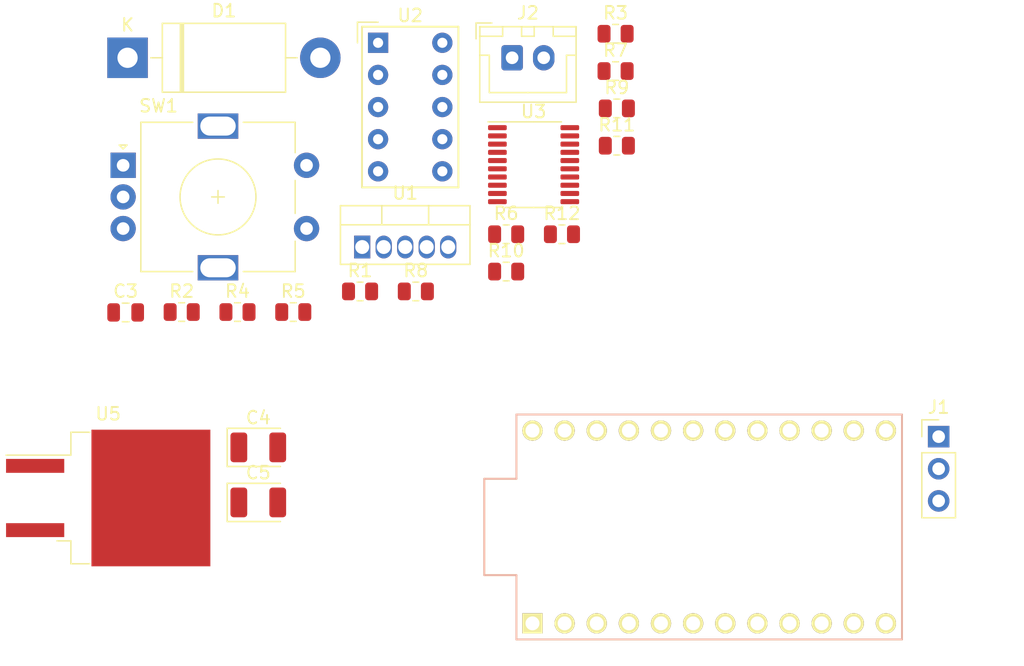
<source format=kicad_pcb>
(kicad_pcb (version 20171130) (host pcbnew "(5.1.8-0-10_14)")

  (general
    (thickness 1.6)
    (drawings 0)
    (tracks 0)
    (zones 0)
    (modules 24)
    (nets 44)
  )

  (page A4)
  (layers
    (0 F.Cu signal)
    (31 B.Cu signal)
    (32 B.Adhes user)
    (33 F.Adhes user)
    (34 B.Paste user)
    (35 F.Paste user)
    (36 B.SilkS user)
    (37 F.SilkS user)
    (38 B.Mask user)
    (39 F.Mask user)
    (40 Dwgs.User user)
    (41 Cmts.User user)
    (42 Eco1.User user)
    (43 Eco2.User user)
    (44 Edge.Cuts user)
    (45 Margin user)
    (46 B.CrtYd user)
    (47 F.CrtYd user)
    (48 B.Fab user)
    (49 F.Fab user)
  )

  (setup
    (last_trace_width 0.25)
    (trace_clearance 0.2)
    (zone_clearance 0.508)
    (zone_45_only no)
    (trace_min 0.2)
    (via_size 0.8)
    (via_drill 0.4)
    (via_min_size 0.4)
    (via_min_drill 0.3)
    (uvia_size 0.3)
    (uvia_drill 0.1)
    (uvias_allowed no)
    (uvia_min_size 0.2)
    (uvia_min_drill 0.1)
    (edge_width 0.05)
    (segment_width 0.2)
    (pcb_text_width 0.3)
    (pcb_text_size 1.5 1.5)
    (mod_edge_width 0.12)
    (mod_text_size 1 1)
    (mod_text_width 0.15)
    (pad_size 1.524 1.524)
    (pad_drill 0.762)
    (pad_to_mask_clearance 0)
    (aux_axis_origin 0 0)
    (visible_elements FFFFFF7F)
    (pcbplotparams
      (layerselection 0x010fc_ffffffff)
      (usegerberextensions false)
      (usegerberattributes true)
      (usegerberadvancedattributes true)
      (creategerberjobfile true)
      (excludeedgelayer true)
      (linewidth 0.100000)
      (plotframeref false)
      (viasonmask false)
      (mode 1)
      (useauxorigin false)
      (hpglpennumber 1)
      (hpglpenspeed 20)
      (hpglpendiameter 15.000000)
      (psnegative false)
      (psa4output false)
      (plotreference true)
      (plotvalue true)
      (plotinvisibletext false)
      (padsonsilk false)
      (subtractmaskfromsilk false)
      (outputformat 1)
      (mirror false)
      (drillshape 1)
      (scaleselection 1)
      (outputdirectory ""))
  )

  (net 0 "")
  (net 1 +5V)
  (net 2 GND)
  (net 3 "Net-(R9-Pad1)")
  (net 4 "Net-(R10-Pad1)")
  (net 5 LED1)
  (net 6 LED2)
  (net 7 LED3)
  (net 8 LED4)
  (net 9 LED5)
  (net 10 +9V)
  (net 11 "Net-(U4-Pad1)")
  (net 12 "Net-(U4-Pad2)")
  (net 13 "Net-(U4-Pad5)")
  (net 14 "Net-(U4-Pad6)")
  (net 15 "Net-(U4-Pad7)")
  (net 16 "Net-(U4-Pad8)")
  (net 17 "Net-(U4-Pad9)")
  (net 18 "Net-(U4-Pad10)")
  (net 19 "Net-(U4-Pad22)")
  (net 20 "Net-(U4-Pad24)")
  (net 21 "Net-(D1-Pad1)")
  (net 22 SERVO)
  (net 23 "Net-(R1-Pad1)")
  (net 24 "Net-(R1-Pad2)")
  (net 25 "Net-(R2-Pad2)")
  (net 26 "Net-(R2-Pad1)")
  (net 27 "Net-(R3-Pad2)")
  (net 28 "Net-(R3-Pad1)")
  (net 29 ENCA)
  (net 30 BTN)
  (net 31 "Net-(R6-Pad1)")
  (net 32 "Net-(R6-Pad2)")
  (net 33 "Net-(R7-Pad1)")
  (net 34 "Net-(R7-Pad2)")
  (net 35 "Net-(R8-Pad2)")
  (net 36 "Net-(R8-Pad1)")
  (net 37 "Net-(R9-Pad2)")
  (net 38 "Net-(R10-Pad2)")
  (net 39 ENCB)
  (net 40 OEN)
  (net 41 LED6)
  (net 42 LED7)
  (net 43 LED8)

  (net_class Default "This is the default net class."
    (clearance 0.2)
    (trace_width 0.25)
    (via_dia 0.8)
    (via_drill 0.4)
    (uvia_dia 0.3)
    (uvia_drill 0.1)
    (add_net +5V)
    (add_net +9V)
    (add_net BTN)
    (add_net ENCA)
    (add_net ENCB)
    (add_net GND)
    (add_net LED1)
    (add_net LED2)
    (add_net LED3)
    (add_net LED4)
    (add_net LED5)
    (add_net LED6)
    (add_net LED7)
    (add_net LED8)
    (add_net "Net-(D1-Pad1)")
    (add_net "Net-(R1-Pad1)")
    (add_net "Net-(R1-Pad2)")
    (add_net "Net-(R10-Pad1)")
    (add_net "Net-(R10-Pad2)")
    (add_net "Net-(R2-Pad1)")
    (add_net "Net-(R2-Pad2)")
    (add_net "Net-(R3-Pad1)")
    (add_net "Net-(R3-Pad2)")
    (add_net "Net-(R6-Pad1)")
    (add_net "Net-(R6-Pad2)")
    (add_net "Net-(R7-Pad1)")
    (add_net "Net-(R7-Pad2)")
    (add_net "Net-(R8-Pad1)")
    (add_net "Net-(R8-Pad2)")
    (add_net "Net-(R9-Pad1)")
    (add_net "Net-(R9-Pad2)")
    (add_net "Net-(U4-Pad1)")
    (add_net "Net-(U4-Pad10)")
    (add_net "Net-(U4-Pad2)")
    (add_net "Net-(U4-Pad22)")
    (add_net "Net-(U4-Pad24)")
    (add_net "Net-(U4-Pad5)")
    (add_net "Net-(U4-Pad6)")
    (add_net "Net-(U4-Pad7)")
    (add_net "Net-(U4-Pad8)")
    (add_net "Net-(U4-Pad9)")
    (add_net OEN)
    (add_net SERVO)
  )

  (module Capacitor_SMD:C_0805_2012Metric (layer F.Cu) (tedit 5F68FEEE) (tstamp 61D6C4E8)
    (at 129.725001 100.005001)
    (descr "Capacitor SMD 0805 (2012 Metric), square (rectangular) end terminal, IPC_7351 nominal, (Body size source: IPC-SM-782 page 76, https://www.pcb-3d.com/wordpress/wp-content/uploads/ipc-sm-782a_amendment_1_and_2.pdf, https://docs.google.com/spreadsheets/d/1BsfQQcO9C6DZCsRaXUlFlo91Tg2WpOkGARC1WS5S8t0/edit?usp=sharing), generated with kicad-footprint-generator")
    (tags capacitor)
    (path /61D9CEB7)
    (attr smd)
    (fp_text reference C3 (at 0 -1.68) (layer F.SilkS)
      (effects (font (size 1 1) (thickness 0.15)))
    )
    (fp_text value 0.1uF (at 0 1.68) (layer F.Fab)
      (effects (font (size 1 1) (thickness 0.15)))
    )
    (fp_line (start 1.7 0.98) (end -1.7 0.98) (layer F.CrtYd) (width 0.05))
    (fp_line (start 1.7 -0.98) (end 1.7 0.98) (layer F.CrtYd) (width 0.05))
    (fp_line (start -1.7 -0.98) (end 1.7 -0.98) (layer F.CrtYd) (width 0.05))
    (fp_line (start -1.7 0.98) (end -1.7 -0.98) (layer F.CrtYd) (width 0.05))
    (fp_line (start -0.261252 0.735) (end 0.261252 0.735) (layer F.SilkS) (width 0.12))
    (fp_line (start -0.261252 -0.735) (end 0.261252 -0.735) (layer F.SilkS) (width 0.12))
    (fp_line (start 1 0.625) (end -1 0.625) (layer F.Fab) (width 0.1))
    (fp_line (start 1 -0.625) (end 1 0.625) (layer F.Fab) (width 0.1))
    (fp_line (start -1 -0.625) (end 1 -0.625) (layer F.Fab) (width 0.1))
    (fp_line (start -1 0.625) (end -1 -0.625) (layer F.Fab) (width 0.1))
    (fp_text user %R (at 0 0) (layer F.Fab)
      (effects (font (size 0.5 0.5) (thickness 0.08)))
    )
    (pad 1 smd roundrect (at -0.95 0) (size 1 1.45) (layers F.Cu F.Paste F.Mask) (roundrect_rratio 0.25)
      (net 2 GND))
    (pad 2 smd roundrect (at 0.95 0) (size 1 1.45) (layers F.Cu F.Paste F.Mask) (roundrect_rratio 0.25)
      (net 1 +5V))
    (model ${KISYS3DMOD}/Capacitor_SMD.3dshapes/C_0805_2012Metric.wrl
      (at (xyz 0 0 0))
      (scale (xyz 1 1 1))
      (rotate (xyz 0 0 0))
    )
  )

  (module Diode_THT:D_DO-201AD_P15.24mm_Horizontal (layer F.Cu) (tedit 5AE50CD5) (tstamp 61D6C507)
    (at 129.875001 79.875001)
    (descr "Diode, DO-201AD series, Axial, Horizontal, pin pitch=15.24mm, , length*diameter=9.5*5.2mm^2, , http://www.diodes.com/_files/packages/DO-201AD.pdf")
    (tags "Diode DO-201AD series Axial Horizontal pin pitch 15.24mm  length 9.5mm diameter 5.2mm")
    (path /61D809DA)
    (fp_text reference D1 (at 7.62 -3.72) (layer F.SilkS)
      (effects (font (size 1 1) (thickness 0.15)))
    )
    (fp_text value 1N5822 (at 7.62 3.72) (layer F.Fab)
      (effects (font (size 1 1) (thickness 0.15)))
    )
    (fp_line (start 17.09 -2.85) (end -1.85 -2.85) (layer F.CrtYd) (width 0.05))
    (fp_line (start 17.09 2.85) (end 17.09 -2.85) (layer F.CrtYd) (width 0.05))
    (fp_line (start -1.85 2.85) (end 17.09 2.85) (layer F.CrtYd) (width 0.05))
    (fp_line (start -1.85 -2.85) (end -1.85 2.85) (layer F.CrtYd) (width 0.05))
    (fp_line (start 4.175 -2.72) (end 4.175 2.72) (layer F.SilkS) (width 0.12))
    (fp_line (start 4.415 -2.72) (end 4.415 2.72) (layer F.SilkS) (width 0.12))
    (fp_line (start 4.295 -2.72) (end 4.295 2.72) (layer F.SilkS) (width 0.12))
    (fp_line (start 13.4 0) (end 12.49 0) (layer F.SilkS) (width 0.12))
    (fp_line (start 1.84 0) (end 2.75 0) (layer F.SilkS) (width 0.12))
    (fp_line (start 12.49 -2.72) (end 2.75 -2.72) (layer F.SilkS) (width 0.12))
    (fp_line (start 12.49 2.72) (end 12.49 -2.72) (layer F.SilkS) (width 0.12))
    (fp_line (start 2.75 2.72) (end 12.49 2.72) (layer F.SilkS) (width 0.12))
    (fp_line (start 2.75 -2.72) (end 2.75 2.72) (layer F.SilkS) (width 0.12))
    (fp_line (start 4.195 -2.6) (end 4.195 2.6) (layer F.Fab) (width 0.1))
    (fp_line (start 4.395 -2.6) (end 4.395 2.6) (layer F.Fab) (width 0.1))
    (fp_line (start 4.295 -2.6) (end 4.295 2.6) (layer F.Fab) (width 0.1))
    (fp_line (start 15.24 0) (end 12.37 0) (layer F.Fab) (width 0.1))
    (fp_line (start 0 0) (end 2.87 0) (layer F.Fab) (width 0.1))
    (fp_line (start 12.37 -2.6) (end 2.87 -2.6) (layer F.Fab) (width 0.1))
    (fp_line (start 12.37 2.6) (end 12.37 -2.6) (layer F.Fab) (width 0.1))
    (fp_line (start 2.87 2.6) (end 12.37 2.6) (layer F.Fab) (width 0.1))
    (fp_line (start 2.87 -2.6) (end 2.87 2.6) (layer F.Fab) (width 0.1))
    (fp_text user %R (at 8.3325 0) (layer F.Fab)
      (effects (font (size 1 1) (thickness 0.15)))
    )
    (fp_text user K (at 0 -2.6) (layer F.Fab)
      (effects (font (size 1 1) (thickness 0.15)))
    )
    (fp_text user K (at 0 -2.6) (layer F.SilkS)
      (effects (font (size 1 1) (thickness 0.15)))
    )
    (pad 1 thru_hole rect (at 0 0) (size 3.2 3.2) (drill 1.6) (layers *.Cu *.Mask)
      (net 21 "Net-(D1-Pad1)"))
    (pad 2 thru_hole oval (at 15.24 0) (size 3.2 3.2) (drill 1.6) (layers *.Cu *.Mask)
      (net 2 GND))
    (model ${KISYS3DMOD}/Diode_THT.3dshapes/D_DO-201AD_P15.24mm_Horizontal.wrl
      (at (xyz 0 0 0))
      (scale (xyz 1 1 1))
      (rotate (xyz 0 0 0))
    )
  )

  (module Connector_JST:JST_XH_B2B-XH-A_1x02_P2.50mm_Vertical (layer F.Cu) (tedit 5C28146C) (tstamp 61D6C530)
    (at 160.275001 79.875001)
    (descr "JST XH series connector, B2B-XH-A (http://www.jst-mfg.com/product/pdf/eng/eXH.pdf), generated with kicad-footprint-generator")
    (tags "connector JST XH vertical")
    (path /61D8369F)
    (fp_text reference J2 (at 1.25 -3.55) (layer F.SilkS)
      (effects (font (size 1 1) (thickness 0.15)))
    )
    (fp_text value Conn_01x02_Male (at 1.25 4.6) (layer F.Fab)
      (effects (font (size 1 1) (thickness 0.15)))
    )
    (fp_line (start -2.85 -2.75) (end -2.85 -1.5) (layer F.SilkS) (width 0.12))
    (fp_line (start -1.6 -2.75) (end -2.85 -2.75) (layer F.SilkS) (width 0.12))
    (fp_line (start 4.3 2.75) (end 1.25 2.75) (layer F.SilkS) (width 0.12))
    (fp_line (start 4.3 -0.2) (end 4.3 2.75) (layer F.SilkS) (width 0.12))
    (fp_line (start 5.05 -0.2) (end 4.3 -0.2) (layer F.SilkS) (width 0.12))
    (fp_line (start -1.8 2.75) (end 1.25 2.75) (layer F.SilkS) (width 0.12))
    (fp_line (start -1.8 -0.2) (end -1.8 2.75) (layer F.SilkS) (width 0.12))
    (fp_line (start -2.55 -0.2) (end -1.8 -0.2) (layer F.SilkS) (width 0.12))
    (fp_line (start 5.05 -2.45) (end 3.25 -2.45) (layer F.SilkS) (width 0.12))
    (fp_line (start 5.05 -1.7) (end 5.05 -2.45) (layer F.SilkS) (width 0.12))
    (fp_line (start 3.25 -1.7) (end 5.05 -1.7) (layer F.SilkS) (width 0.12))
    (fp_line (start 3.25 -2.45) (end 3.25 -1.7) (layer F.SilkS) (width 0.12))
    (fp_line (start -0.75 -2.45) (end -2.55 -2.45) (layer F.SilkS) (width 0.12))
    (fp_line (start -0.75 -1.7) (end -0.75 -2.45) (layer F.SilkS) (width 0.12))
    (fp_line (start -2.55 -1.7) (end -0.75 -1.7) (layer F.SilkS) (width 0.12))
    (fp_line (start -2.55 -2.45) (end -2.55 -1.7) (layer F.SilkS) (width 0.12))
    (fp_line (start 1.75 -2.45) (end 0.75 -2.45) (layer F.SilkS) (width 0.12))
    (fp_line (start 1.75 -1.7) (end 1.75 -2.45) (layer F.SilkS) (width 0.12))
    (fp_line (start 0.75 -1.7) (end 1.75 -1.7) (layer F.SilkS) (width 0.12))
    (fp_line (start 0.75 -2.45) (end 0.75 -1.7) (layer F.SilkS) (width 0.12))
    (fp_line (start 0 -1.35) (end 0.625 -2.35) (layer F.Fab) (width 0.1))
    (fp_line (start -0.625 -2.35) (end 0 -1.35) (layer F.Fab) (width 0.1))
    (fp_line (start 5.45 -2.85) (end -2.95 -2.85) (layer F.CrtYd) (width 0.05))
    (fp_line (start 5.45 3.9) (end 5.45 -2.85) (layer F.CrtYd) (width 0.05))
    (fp_line (start -2.95 3.9) (end 5.45 3.9) (layer F.CrtYd) (width 0.05))
    (fp_line (start -2.95 -2.85) (end -2.95 3.9) (layer F.CrtYd) (width 0.05))
    (fp_line (start 5.06 -2.46) (end -2.56 -2.46) (layer F.SilkS) (width 0.12))
    (fp_line (start 5.06 3.51) (end 5.06 -2.46) (layer F.SilkS) (width 0.12))
    (fp_line (start -2.56 3.51) (end 5.06 3.51) (layer F.SilkS) (width 0.12))
    (fp_line (start -2.56 -2.46) (end -2.56 3.51) (layer F.SilkS) (width 0.12))
    (fp_line (start 4.95 -2.35) (end -2.45 -2.35) (layer F.Fab) (width 0.1))
    (fp_line (start 4.95 3.4) (end 4.95 -2.35) (layer F.Fab) (width 0.1))
    (fp_line (start -2.45 3.4) (end 4.95 3.4) (layer F.Fab) (width 0.1))
    (fp_line (start -2.45 -2.35) (end -2.45 3.4) (layer F.Fab) (width 0.1))
    (fp_text user %R (at 1.25 2.7) (layer F.Fab)
      (effects (font (size 1 1) (thickness 0.15)))
    )
    (pad 1 thru_hole roundrect (at 0 0) (size 1.7 2) (drill 1) (layers *.Cu *.Mask) (roundrect_rratio 0.147059)
      (net 10 +9V))
    (pad 2 thru_hole oval (at 2.5 0) (size 1.7 2) (drill 1) (layers *.Cu *.Mask)
      (net 2 GND))
    (model ${KISYS3DMOD}/Connector_JST.3dshapes/JST_XH_B2B-XH-A_1x02_P2.50mm_Vertical.wrl
      (at (xyz 0 0 0))
      (scale (xyz 1 1 1))
      (rotate (xyz 0 0 0))
    )
  )

  (module Resistor_SMD:R_0805_2012Metric (layer F.Cu) (tedit 5F68FEEE) (tstamp 61D6C541)
    (at 148.255001 98.345001)
    (descr "Resistor SMD 0805 (2012 Metric), square (rectangular) end terminal, IPC_7351 nominal, (Body size source: IPC-SM-782 page 72, https://www.pcb-3d.com/wordpress/wp-content/uploads/ipc-sm-782a_amendment_1_and_2.pdf), generated with kicad-footprint-generator")
    (tags resistor)
    (path /61D720DE)
    (attr smd)
    (fp_text reference R1 (at 0 -1.65) (layer F.SilkS)
      (effects (font (size 1 1) (thickness 0.15)))
    )
    (fp_text value 470 (at 0 1.65) (layer F.Fab)
      (effects (font (size 1 1) (thickness 0.15)))
    )
    (fp_line (start 1.68 0.95) (end -1.68 0.95) (layer F.CrtYd) (width 0.05))
    (fp_line (start 1.68 -0.95) (end 1.68 0.95) (layer F.CrtYd) (width 0.05))
    (fp_line (start -1.68 -0.95) (end 1.68 -0.95) (layer F.CrtYd) (width 0.05))
    (fp_line (start -1.68 0.95) (end -1.68 -0.95) (layer F.CrtYd) (width 0.05))
    (fp_line (start -0.227064 0.735) (end 0.227064 0.735) (layer F.SilkS) (width 0.12))
    (fp_line (start -0.227064 -0.735) (end 0.227064 -0.735) (layer F.SilkS) (width 0.12))
    (fp_line (start 1 0.625) (end -1 0.625) (layer F.Fab) (width 0.1))
    (fp_line (start 1 -0.625) (end 1 0.625) (layer F.Fab) (width 0.1))
    (fp_line (start -1 -0.625) (end 1 -0.625) (layer F.Fab) (width 0.1))
    (fp_line (start -1 0.625) (end -1 -0.625) (layer F.Fab) (width 0.1))
    (fp_text user %R (at 0 0) (layer F.Fab)
      (effects (font (size 0.5 0.5) (thickness 0.08)))
    )
    (pad 1 smd roundrect (at -0.9125 0) (size 1.025 1.4) (layers F.Cu F.Paste F.Mask) (roundrect_rratio 0.243902)
      (net 23 "Net-(R1-Pad1)"))
    (pad 2 smd roundrect (at 0.9125 0) (size 1.025 1.4) (layers F.Cu F.Paste F.Mask) (roundrect_rratio 0.243902)
      (net 24 "Net-(R1-Pad2)"))
    (model ${KISYS3DMOD}/Resistor_SMD.3dshapes/R_0805_2012Metric.wrl
      (at (xyz 0 0 0))
      (scale (xyz 1 1 1))
      (rotate (xyz 0 0 0))
    )
  )

  (module Resistor_SMD:R_0805_2012Metric (layer F.Cu) (tedit 5F68FEEE) (tstamp 61D6C552)
    (at 134.155001 99.975001)
    (descr "Resistor SMD 0805 (2012 Metric), square (rectangular) end terminal, IPC_7351 nominal, (Body size source: IPC-SM-782 page 72, https://www.pcb-3d.com/wordpress/wp-content/uploads/ipc-sm-782a_amendment_1_and_2.pdf), generated with kicad-footprint-generator")
    (tags resistor)
    (path /61D79F98)
    (attr smd)
    (fp_text reference R2 (at 0 -1.65) (layer F.SilkS)
      (effects (font (size 1 1) (thickness 0.15)))
    )
    (fp_text value 470 (at 0 1.65) (layer F.Fab)
      (effects (font (size 1 1) (thickness 0.15)))
    )
    (fp_text user %R (at 0 0) (layer F.Fab)
      (effects (font (size 0.5 0.5) (thickness 0.08)))
    )
    (fp_line (start -1 0.625) (end -1 -0.625) (layer F.Fab) (width 0.1))
    (fp_line (start -1 -0.625) (end 1 -0.625) (layer F.Fab) (width 0.1))
    (fp_line (start 1 -0.625) (end 1 0.625) (layer F.Fab) (width 0.1))
    (fp_line (start 1 0.625) (end -1 0.625) (layer F.Fab) (width 0.1))
    (fp_line (start -0.227064 -0.735) (end 0.227064 -0.735) (layer F.SilkS) (width 0.12))
    (fp_line (start -0.227064 0.735) (end 0.227064 0.735) (layer F.SilkS) (width 0.12))
    (fp_line (start -1.68 0.95) (end -1.68 -0.95) (layer F.CrtYd) (width 0.05))
    (fp_line (start -1.68 -0.95) (end 1.68 -0.95) (layer F.CrtYd) (width 0.05))
    (fp_line (start 1.68 -0.95) (end 1.68 0.95) (layer F.CrtYd) (width 0.05))
    (fp_line (start 1.68 0.95) (end -1.68 0.95) (layer F.CrtYd) (width 0.05))
    (pad 2 smd roundrect (at 0.9125 0) (size 1.025 1.4) (layers F.Cu F.Paste F.Mask) (roundrect_rratio 0.243902)
      (net 25 "Net-(R2-Pad2)"))
    (pad 1 smd roundrect (at -0.9125 0) (size 1.025 1.4) (layers F.Cu F.Paste F.Mask) (roundrect_rratio 0.243902)
      (net 26 "Net-(R2-Pad1)"))
    (model ${KISYS3DMOD}/Resistor_SMD.3dshapes/R_0805_2012Metric.wrl
      (at (xyz 0 0 0))
      (scale (xyz 1 1 1))
      (rotate (xyz 0 0 0))
    )
  )

  (module Resistor_SMD:R_0805_2012Metric (layer F.Cu) (tedit 5F68FEEE) (tstamp 61D6C563)
    (at 168.455001 77.975001)
    (descr "Resistor SMD 0805 (2012 Metric), square (rectangular) end terminal, IPC_7351 nominal, (Body size source: IPC-SM-782 page 72, https://www.pcb-3d.com/wordpress/wp-content/uploads/ipc-sm-782a_amendment_1_and_2.pdf), generated with kicad-footprint-generator")
    (tags resistor)
    (path /61D785BE)
    (attr smd)
    (fp_text reference R3 (at 0 -1.65) (layer F.SilkS)
      (effects (font (size 1 1) (thickness 0.15)))
    )
    (fp_text value 470 (at 0 1.65) (layer F.Fab)
      (effects (font (size 1 1) (thickness 0.15)))
    )
    (fp_text user %R (at 0 0) (layer F.Fab)
      (effects (font (size 0.5 0.5) (thickness 0.08)))
    )
    (fp_line (start -1 0.625) (end -1 -0.625) (layer F.Fab) (width 0.1))
    (fp_line (start -1 -0.625) (end 1 -0.625) (layer F.Fab) (width 0.1))
    (fp_line (start 1 -0.625) (end 1 0.625) (layer F.Fab) (width 0.1))
    (fp_line (start 1 0.625) (end -1 0.625) (layer F.Fab) (width 0.1))
    (fp_line (start -0.227064 -0.735) (end 0.227064 -0.735) (layer F.SilkS) (width 0.12))
    (fp_line (start -0.227064 0.735) (end 0.227064 0.735) (layer F.SilkS) (width 0.12))
    (fp_line (start -1.68 0.95) (end -1.68 -0.95) (layer F.CrtYd) (width 0.05))
    (fp_line (start -1.68 -0.95) (end 1.68 -0.95) (layer F.CrtYd) (width 0.05))
    (fp_line (start 1.68 -0.95) (end 1.68 0.95) (layer F.CrtYd) (width 0.05))
    (fp_line (start 1.68 0.95) (end -1.68 0.95) (layer F.CrtYd) (width 0.05))
    (pad 2 smd roundrect (at 0.9125 0) (size 1.025 1.4) (layers F.Cu F.Paste F.Mask) (roundrect_rratio 0.243902)
      (net 27 "Net-(R3-Pad2)"))
    (pad 1 smd roundrect (at -0.9125 0) (size 1.025 1.4) (layers F.Cu F.Paste F.Mask) (roundrect_rratio 0.243902)
      (net 28 "Net-(R3-Pad1)"))
    (model ${KISYS3DMOD}/Resistor_SMD.3dshapes/R_0805_2012Metric.wrl
      (at (xyz 0 0 0))
      (scale (xyz 1 1 1))
      (rotate (xyz 0 0 0))
    )
  )

  (module Resistor_SMD:R_0805_2012Metric (layer F.Cu) (tedit 5F68FEEE) (tstamp 61D6C574)
    (at 138.565001 99.975001)
    (descr "Resistor SMD 0805 (2012 Metric), square (rectangular) end terminal, IPC_7351 nominal, (Body size source: IPC-SM-782 page 72, https://www.pcb-3d.com/wordpress/wp-content/uploads/ipc-sm-782a_amendment_1_and_2.pdf), generated with kicad-footprint-generator")
    (tags resistor)
    (path /61D98897)
    (attr smd)
    (fp_text reference R4 (at 0 -1.65) (layer F.SilkS)
      (effects (font (size 1 1) (thickness 0.15)))
    )
    (fp_text value 39k (at 0 1.65) (layer F.Fab)
      (effects (font (size 1 1) (thickness 0.15)))
    )
    (fp_text user %R (at 0 0) (layer F.Fab)
      (effects (font (size 0.5 0.5) (thickness 0.08)))
    )
    (fp_line (start -1 0.625) (end -1 -0.625) (layer F.Fab) (width 0.1))
    (fp_line (start -1 -0.625) (end 1 -0.625) (layer F.Fab) (width 0.1))
    (fp_line (start 1 -0.625) (end 1 0.625) (layer F.Fab) (width 0.1))
    (fp_line (start 1 0.625) (end -1 0.625) (layer F.Fab) (width 0.1))
    (fp_line (start -0.227064 -0.735) (end 0.227064 -0.735) (layer F.SilkS) (width 0.12))
    (fp_line (start -0.227064 0.735) (end 0.227064 0.735) (layer F.SilkS) (width 0.12))
    (fp_line (start -1.68 0.95) (end -1.68 -0.95) (layer F.CrtYd) (width 0.05))
    (fp_line (start -1.68 -0.95) (end 1.68 -0.95) (layer F.CrtYd) (width 0.05))
    (fp_line (start 1.68 -0.95) (end 1.68 0.95) (layer F.CrtYd) (width 0.05))
    (fp_line (start 1.68 0.95) (end -1.68 0.95) (layer F.CrtYd) (width 0.05))
    (pad 2 smd roundrect (at 0.9125 0) (size 1.025 1.4) (layers F.Cu F.Paste F.Mask) (roundrect_rratio 0.243902)
      (net 29 ENCA))
    (pad 1 smd roundrect (at -0.9125 0) (size 1.025 1.4) (layers F.Cu F.Paste F.Mask) (roundrect_rratio 0.243902)
      (net 1 +5V))
    (model ${KISYS3DMOD}/Resistor_SMD.3dshapes/R_0805_2012Metric.wrl
      (at (xyz 0 0 0))
      (scale (xyz 1 1 1))
      (rotate (xyz 0 0 0))
    )
  )

  (module Resistor_SMD:R_0805_2012Metric (layer F.Cu) (tedit 5F68FEEE) (tstamp 61D6C585)
    (at 142.975001 99.975001)
    (descr "Resistor SMD 0805 (2012 Metric), square (rectangular) end terminal, IPC_7351 nominal, (Body size source: IPC-SM-782 page 72, https://www.pcb-3d.com/wordpress/wp-content/uploads/ipc-sm-782a_amendment_1_and_2.pdf), generated with kicad-footprint-generator")
    (tags resistor)
    (path /61D956DD)
    (attr smd)
    (fp_text reference R5 (at 0 -1.65) (layer F.SilkS)
      (effects (font (size 1 1) (thickness 0.15)))
    )
    (fp_text value 39k (at 0 1.65) (layer F.Fab)
      (effects (font (size 1 1) (thickness 0.15)))
    )
    (fp_line (start 1.68 0.95) (end -1.68 0.95) (layer F.CrtYd) (width 0.05))
    (fp_line (start 1.68 -0.95) (end 1.68 0.95) (layer F.CrtYd) (width 0.05))
    (fp_line (start -1.68 -0.95) (end 1.68 -0.95) (layer F.CrtYd) (width 0.05))
    (fp_line (start -1.68 0.95) (end -1.68 -0.95) (layer F.CrtYd) (width 0.05))
    (fp_line (start -0.227064 0.735) (end 0.227064 0.735) (layer F.SilkS) (width 0.12))
    (fp_line (start -0.227064 -0.735) (end 0.227064 -0.735) (layer F.SilkS) (width 0.12))
    (fp_line (start 1 0.625) (end -1 0.625) (layer F.Fab) (width 0.1))
    (fp_line (start 1 -0.625) (end 1 0.625) (layer F.Fab) (width 0.1))
    (fp_line (start -1 -0.625) (end 1 -0.625) (layer F.Fab) (width 0.1))
    (fp_line (start -1 0.625) (end -1 -0.625) (layer F.Fab) (width 0.1))
    (fp_text user %R (at 0 0) (layer F.Fab)
      (effects (font (size 0.5 0.5) (thickness 0.08)))
    )
    (pad 1 smd roundrect (at -0.9125 0) (size 1.025 1.4) (layers F.Cu F.Paste F.Mask) (roundrect_rratio 0.243902)
      (net 1 +5V))
    (pad 2 smd roundrect (at 0.9125 0) (size 1.025 1.4) (layers F.Cu F.Paste F.Mask) (roundrect_rratio 0.243902)
      (net 30 BTN))
    (model ${KISYS3DMOD}/Resistor_SMD.3dshapes/R_0805_2012Metric.wrl
      (at (xyz 0 0 0))
      (scale (xyz 1 1 1))
      (rotate (xyz 0 0 0))
    )
  )

  (module Resistor_SMD:R_0805_2012Metric (layer F.Cu) (tedit 5F68FEEE) (tstamp 61D6C596)
    (at 159.805001 93.825001)
    (descr "Resistor SMD 0805 (2012 Metric), square (rectangular) end terminal, IPC_7351 nominal, (Body size source: IPC-SM-782 page 72, https://www.pcb-3d.com/wordpress/wp-content/uploads/ipc-sm-782a_amendment_1_and_2.pdf), generated with kicad-footprint-generator")
    (tags resistor)
    (path /61D79C4C)
    (attr smd)
    (fp_text reference R6 (at 0 -1.65) (layer F.SilkS)
      (effects (font (size 1 1) (thickness 0.15)))
    )
    (fp_text value 470 (at 0 1.65) (layer F.Fab)
      (effects (font (size 1 1) (thickness 0.15)))
    )
    (fp_line (start 1.68 0.95) (end -1.68 0.95) (layer F.CrtYd) (width 0.05))
    (fp_line (start 1.68 -0.95) (end 1.68 0.95) (layer F.CrtYd) (width 0.05))
    (fp_line (start -1.68 -0.95) (end 1.68 -0.95) (layer F.CrtYd) (width 0.05))
    (fp_line (start -1.68 0.95) (end -1.68 -0.95) (layer F.CrtYd) (width 0.05))
    (fp_line (start -0.227064 0.735) (end 0.227064 0.735) (layer F.SilkS) (width 0.12))
    (fp_line (start -0.227064 -0.735) (end 0.227064 -0.735) (layer F.SilkS) (width 0.12))
    (fp_line (start 1 0.625) (end -1 0.625) (layer F.Fab) (width 0.1))
    (fp_line (start 1 -0.625) (end 1 0.625) (layer F.Fab) (width 0.1))
    (fp_line (start -1 -0.625) (end 1 -0.625) (layer F.Fab) (width 0.1))
    (fp_line (start -1 0.625) (end -1 -0.625) (layer F.Fab) (width 0.1))
    (fp_text user %R (at 0 0) (layer F.Fab)
      (effects (font (size 0.5 0.5) (thickness 0.08)))
    )
    (pad 1 smd roundrect (at -0.9125 0) (size 1.025 1.4) (layers F.Cu F.Paste F.Mask) (roundrect_rratio 0.243902)
      (net 31 "Net-(R6-Pad1)"))
    (pad 2 smd roundrect (at 0.9125 0) (size 1.025 1.4) (layers F.Cu F.Paste F.Mask) (roundrect_rratio 0.243902)
      (net 32 "Net-(R6-Pad2)"))
    (model ${KISYS3DMOD}/Resistor_SMD.3dshapes/R_0805_2012Metric.wrl
      (at (xyz 0 0 0))
      (scale (xyz 1 1 1))
      (rotate (xyz 0 0 0))
    )
  )

  (module Resistor_SMD:R_0805_2012Metric (layer F.Cu) (tedit 5F68FEEE) (tstamp 61D6C5A7)
    (at 168.455001 80.925001)
    (descr "Resistor SMD 0805 (2012 Metric), square (rectangular) end terminal, IPC_7351 nominal, (Body size source: IPC-SM-782 page 72, https://www.pcb-3d.com/wordpress/wp-content/uploads/ipc-sm-782a_amendment_1_and_2.pdf), generated with kicad-footprint-generator")
    (tags resistor)
    (path /61D78A6F)
    (attr smd)
    (fp_text reference R7 (at 0 -1.65) (layer F.SilkS)
      (effects (font (size 1 1) (thickness 0.15)))
    )
    (fp_text value 470 (at 0 1.65) (layer F.Fab)
      (effects (font (size 1 1) (thickness 0.15)))
    )
    (fp_line (start 1.68 0.95) (end -1.68 0.95) (layer F.CrtYd) (width 0.05))
    (fp_line (start 1.68 -0.95) (end 1.68 0.95) (layer F.CrtYd) (width 0.05))
    (fp_line (start -1.68 -0.95) (end 1.68 -0.95) (layer F.CrtYd) (width 0.05))
    (fp_line (start -1.68 0.95) (end -1.68 -0.95) (layer F.CrtYd) (width 0.05))
    (fp_line (start -0.227064 0.735) (end 0.227064 0.735) (layer F.SilkS) (width 0.12))
    (fp_line (start -0.227064 -0.735) (end 0.227064 -0.735) (layer F.SilkS) (width 0.12))
    (fp_line (start 1 0.625) (end -1 0.625) (layer F.Fab) (width 0.1))
    (fp_line (start 1 -0.625) (end 1 0.625) (layer F.Fab) (width 0.1))
    (fp_line (start -1 -0.625) (end 1 -0.625) (layer F.Fab) (width 0.1))
    (fp_line (start -1 0.625) (end -1 -0.625) (layer F.Fab) (width 0.1))
    (fp_text user %R (at 0 0) (layer F.Fab)
      (effects (font (size 0.5 0.5) (thickness 0.08)))
    )
    (pad 1 smd roundrect (at -0.9125 0) (size 1.025 1.4) (layers F.Cu F.Paste F.Mask) (roundrect_rratio 0.243902)
      (net 33 "Net-(R7-Pad1)"))
    (pad 2 smd roundrect (at 0.9125 0) (size 1.025 1.4) (layers F.Cu F.Paste F.Mask) (roundrect_rratio 0.243902)
      (net 34 "Net-(R7-Pad2)"))
    (model ${KISYS3DMOD}/Resistor_SMD.3dshapes/R_0805_2012Metric.wrl
      (at (xyz 0 0 0))
      (scale (xyz 1 1 1))
      (rotate (xyz 0 0 0))
    )
  )

  (module Resistor_SMD:R_0805_2012Metric (layer F.Cu) (tedit 5F68FEEE) (tstamp 61D6C5B8)
    (at 152.665001 98.345001)
    (descr "Resistor SMD 0805 (2012 Metric), square (rectangular) end terminal, IPC_7351 nominal, (Body size source: IPC-SM-782 page 72, https://www.pcb-3d.com/wordpress/wp-content/uploads/ipc-sm-782a_amendment_1_and_2.pdf), generated with kicad-footprint-generator")
    (tags resistor)
    (path /61D79882)
    (attr smd)
    (fp_text reference R8 (at 0 -1.65) (layer F.SilkS)
      (effects (font (size 1 1) (thickness 0.15)))
    )
    (fp_text value 470 (at 0 1.65) (layer F.Fab)
      (effects (font (size 1 1) (thickness 0.15)))
    )
    (fp_text user %R (at 0 0) (layer F.Fab)
      (effects (font (size 0.5 0.5) (thickness 0.08)))
    )
    (fp_line (start -1 0.625) (end -1 -0.625) (layer F.Fab) (width 0.1))
    (fp_line (start -1 -0.625) (end 1 -0.625) (layer F.Fab) (width 0.1))
    (fp_line (start 1 -0.625) (end 1 0.625) (layer F.Fab) (width 0.1))
    (fp_line (start 1 0.625) (end -1 0.625) (layer F.Fab) (width 0.1))
    (fp_line (start -0.227064 -0.735) (end 0.227064 -0.735) (layer F.SilkS) (width 0.12))
    (fp_line (start -0.227064 0.735) (end 0.227064 0.735) (layer F.SilkS) (width 0.12))
    (fp_line (start -1.68 0.95) (end -1.68 -0.95) (layer F.CrtYd) (width 0.05))
    (fp_line (start -1.68 -0.95) (end 1.68 -0.95) (layer F.CrtYd) (width 0.05))
    (fp_line (start 1.68 -0.95) (end 1.68 0.95) (layer F.CrtYd) (width 0.05))
    (fp_line (start 1.68 0.95) (end -1.68 0.95) (layer F.CrtYd) (width 0.05))
    (pad 2 smd roundrect (at 0.9125 0) (size 1.025 1.4) (layers F.Cu F.Paste F.Mask) (roundrect_rratio 0.243902)
      (net 35 "Net-(R8-Pad2)"))
    (pad 1 smd roundrect (at -0.9125 0) (size 1.025 1.4) (layers F.Cu F.Paste F.Mask) (roundrect_rratio 0.243902)
      (net 36 "Net-(R8-Pad1)"))
    (model ${KISYS3DMOD}/Resistor_SMD.3dshapes/R_0805_2012Metric.wrl
      (at (xyz 0 0 0))
      (scale (xyz 1 1 1))
      (rotate (xyz 0 0 0))
    )
  )

  (module Resistor_SMD:R_0805_2012Metric (layer F.Cu) (tedit 5F68FEEE) (tstamp 61D6C5C9)
    (at 168.555001 83.875001)
    (descr "Resistor SMD 0805 (2012 Metric), square (rectangular) end terminal, IPC_7351 nominal, (Body size source: IPC-SM-782 page 72, https://www.pcb-3d.com/wordpress/wp-content/uploads/ipc-sm-782a_amendment_1_and_2.pdf), generated with kicad-footprint-generator")
    (tags resistor)
    (path /61D78EA2)
    (attr smd)
    (fp_text reference R9 (at 0 -1.65) (layer F.SilkS)
      (effects (font (size 1 1) (thickness 0.15)))
    )
    (fp_text value 470 (at 0 1.65) (layer F.Fab)
      (effects (font (size 1 1) (thickness 0.15)))
    )
    (fp_text user %R (at 0 0) (layer F.Fab)
      (effects (font (size 0.5 0.5) (thickness 0.08)))
    )
    (fp_line (start -1 0.625) (end -1 -0.625) (layer F.Fab) (width 0.1))
    (fp_line (start -1 -0.625) (end 1 -0.625) (layer F.Fab) (width 0.1))
    (fp_line (start 1 -0.625) (end 1 0.625) (layer F.Fab) (width 0.1))
    (fp_line (start 1 0.625) (end -1 0.625) (layer F.Fab) (width 0.1))
    (fp_line (start -0.227064 -0.735) (end 0.227064 -0.735) (layer F.SilkS) (width 0.12))
    (fp_line (start -0.227064 0.735) (end 0.227064 0.735) (layer F.SilkS) (width 0.12))
    (fp_line (start -1.68 0.95) (end -1.68 -0.95) (layer F.CrtYd) (width 0.05))
    (fp_line (start -1.68 -0.95) (end 1.68 -0.95) (layer F.CrtYd) (width 0.05))
    (fp_line (start 1.68 -0.95) (end 1.68 0.95) (layer F.CrtYd) (width 0.05))
    (fp_line (start 1.68 0.95) (end -1.68 0.95) (layer F.CrtYd) (width 0.05))
    (pad 2 smd roundrect (at 0.9125 0) (size 1.025 1.4) (layers F.Cu F.Paste F.Mask) (roundrect_rratio 0.243902)
      (net 37 "Net-(R9-Pad2)"))
    (pad 1 smd roundrect (at -0.9125 0) (size 1.025 1.4) (layers F.Cu F.Paste F.Mask) (roundrect_rratio 0.243902)
      (net 3 "Net-(R9-Pad1)"))
    (model ${KISYS3DMOD}/Resistor_SMD.3dshapes/R_0805_2012Metric.wrl
      (at (xyz 0 0 0))
      (scale (xyz 1 1 1))
      (rotate (xyz 0 0 0))
    )
  )

  (module Resistor_SMD:R_0805_2012Metric (layer F.Cu) (tedit 5F68FEEE) (tstamp 61D6C5DA)
    (at 159.805001 96.775001)
    (descr "Resistor SMD 0805 (2012 Metric), square (rectangular) end terminal, IPC_7351 nominal, (Body size source: IPC-SM-782 page 72, https://www.pcb-3d.com/wordpress/wp-content/uploads/ipc-sm-782a_amendment_1_and_2.pdf), generated with kicad-footprint-generator")
    (tags resistor)
    (path /61D792EA)
    (attr smd)
    (fp_text reference R10 (at 0 -1.65) (layer F.SilkS)
      (effects (font (size 1 1) (thickness 0.15)))
    )
    (fp_text value 470 (at 0 1.65) (layer F.Fab)
      (effects (font (size 1 1) (thickness 0.15)))
    )
    (fp_line (start 1.68 0.95) (end -1.68 0.95) (layer F.CrtYd) (width 0.05))
    (fp_line (start 1.68 -0.95) (end 1.68 0.95) (layer F.CrtYd) (width 0.05))
    (fp_line (start -1.68 -0.95) (end 1.68 -0.95) (layer F.CrtYd) (width 0.05))
    (fp_line (start -1.68 0.95) (end -1.68 -0.95) (layer F.CrtYd) (width 0.05))
    (fp_line (start -0.227064 0.735) (end 0.227064 0.735) (layer F.SilkS) (width 0.12))
    (fp_line (start -0.227064 -0.735) (end 0.227064 -0.735) (layer F.SilkS) (width 0.12))
    (fp_line (start 1 0.625) (end -1 0.625) (layer F.Fab) (width 0.1))
    (fp_line (start 1 -0.625) (end 1 0.625) (layer F.Fab) (width 0.1))
    (fp_line (start -1 -0.625) (end 1 -0.625) (layer F.Fab) (width 0.1))
    (fp_line (start -1 0.625) (end -1 -0.625) (layer F.Fab) (width 0.1))
    (fp_text user %R (at 0 0) (layer F.Fab)
      (effects (font (size 0.5 0.5) (thickness 0.08)))
    )
    (pad 1 smd roundrect (at -0.9125 0) (size 1.025 1.4) (layers F.Cu F.Paste F.Mask) (roundrect_rratio 0.243902)
      (net 4 "Net-(R10-Pad1)"))
    (pad 2 smd roundrect (at 0.9125 0) (size 1.025 1.4) (layers F.Cu F.Paste F.Mask) (roundrect_rratio 0.243902)
      (net 38 "Net-(R10-Pad2)"))
    (model ${KISYS3DMOD}/Resistor_SMD.3dshapes/R_0805_2012Metric.wrl
      (at (xyz 0 0 0))
      (scale (xyz 1 1 1))
      (rotate (xyz 0 0 0))
    )
  )

  (module Resistor_SMD:R_0805_2012Metric (layer F.Cu) (tedit 5F68FEEE) (tstamp 61D6C5EB)
    (at 168.555001 86.825001)
    (descr "Resistor SMD 0805 (2012 Metric), square (rectangular) end terminal, IPC_7351 nominal, (Body size source: IPC-SM-782 page 72, https://www.pcb-3d.com/wordpress/wp-content/uploads/ipc-sm-782a_amendment_1_and_2.pdf), generated with kicad-footprint-generator")
    (tags resistor)
    (path /61D98DB1)
    (attr smd)
    (fp_text reference R11 (at 0 -1.65) (layer F.SilkS)
      (effects (font (size 1 1) (thickness 0.15)))
    )
    (fp_text value 39k (at 0 1.65) (layer F.Fab)
      (effects (font (size 1 1) (thickness 0.15)))
    )
    (fp_line (start 1.68 0.95) (end -1.68 0.95) (layer F.CrtYd) (width 0.05))
    (fp_line (start 1.68 -0.95) (end 1.68 0.95) (layer F.CrtYd) (width 0.05))
    (fp_line (start -1.68 -0.95) (end 1.68 -0.95) (layer F.CrtYd) (width 0.05))
    (fp_line (start -1.68 0.95) (end -1.68 -0.95) (layer F.CrtYd) (width 0.05))
    (fp_line (start -0.227064 0.735) (end 0.227064 0.735) (layer F.SilkS) (width 0.12))
    (fp_line (start -0.227064 -0.735) (end 0.227064 -0.735) (layer F.SilkS) (width 0.12))
    (fp_line (start 1 0.625) (end -1 0.625) (layer F.Fab) (width 0.1))
    (fp_line (start 1 -0.625) (end 1 0.625) (layer F.Fab) (width 0.1))
    (fp_line (start -1 -0.625) (end 1 -0.625) (layer F.Fab) (width 0.1))
    (fp_line (start -1 0.625) (end -1 -0.625) (layer F.Fab) (width 0.1))
    (fp_text user %R (at 0 0) (layer F.Fab)
      (effects (font (size 0.5 0.5) (thickness 0.08)))
    )
    (pad 1 smd roundrect (at -0.9125 0) (size 1.025 1.4) (layers F.Cu F.Paste F.Mask) (roundrect_rratio 0.243902)
      (net 39 ENCB))
    (pad 2 smd roundrect (at 0.9125 0) (size 1.025 1.4) (layers F.Cu F.Paste F.Mask) (roundrect_rratio 0.243902)
      (net 1 +5V))
    (model ${KISYS3DMOD}/Resistor_SMD.3dshapes/R_0805_2012Metric.wrl
      (at (xyz 0 0 0))
      (scale (xyz 1 1 1))
      (rotate (xyz 0 0 0))
    )
  )

  (module Resistor_SMD:R_0805_2012Metric (layer F.Cu) (tedit 5F68FEEE) (tstamp 61D6C5FC)
    (at 164.215001 93.825001)
    (descr "Resistor SMD 0805 (2012 Metric), square (rectangular) end terminal, IPC_7351 nominal, (Body size source: IPC-SM-782 page 72, https://www.pcb-3d.com/wordpress/wp-content/uploads/ipc-sm-782a_amendment_1_and_2.pdf), generated with kicad-footprint-generator")
    (tags resistor)
    (path /61D9DD53)
    (attr smd)
    (fp_text reference R12 (at 0 -1.65) (layer F.SilkS)
      (effects (font (size 1 1) (thickness 0.15)))
    )
    (fp_text value 39k (at 0 1.65) (layer F.Fab)
      (effects (font (size 1 1) (thickness 0.15)))
    )
    (fp_text user %R (at 0 0) (layer F.Fab)
      (effects (font (size 0.5 0.5) (thickness 0.08)))
    )
    (fp_line (start -1 0.625) (end -1 -0.625) (layer F.Fab) (width 0.1))
    (fp_line (start -1 -0.625) (end 1 -0.625) (layer F.Fab) (width 0.1))
    (fp_line (start 1 -0.625) (end 1 0.625) (layer F.Fab) (width 0.1))
    (fp_line (start 1 0.625) (end -1 0.625) (layer F.Fab) (width 0.1))
    (fp_line (start -0.227064 -0.735) (end 0.227064 -0.735) (layer F.SilkS) (width 0.12))
    (fp_line (start -0.227064 0.735) (end 0.227064 0.735) (layer F.SilkS) (width 0.12))
    (fp_line (start -1.68 0.95) (end -1.68 -0.95) (layer F.CrtYd) (width 0.05))
    (fp_line (start -1.68 -0.95) (end 1.68 -0.95) (layer F.CrtYd) (width 0.05))
    (fp_line (start 1.68 -0.95) (end 1.68 0.95) (layer F.CrtYd) (width 0.05))
    (fp_line (start 1.68 0.95) (end -1.68 0.95) (layer F.CrtYd) (width 0.05))
    (pad 2 smd roundrect (at 0.9125 0) (size 1.025 1.4) (layers F.Cu F.Paste F.Mask) (roundrect_rratio 0.243902)
      (net 1 +5V))
    (pad 1 smd roundrect (at -0.9125 0) (size 1.025 1.4) (layers F.Cu F.Paste F.Mask) (roundrect_rratio 0.243902)
      (net 40 OEN))
    (model ${KISYS3DMOD}/Resistor_SMD.3dshapes/R_0805_2012Metric.wrl
      (at (xyz 0 0 0))
      (scale (xyz 1 1 1))
      (rotate (xyz 0 0 0))
    )
  )

  (module Rotary_Encoder:RotaryEncoder_Alps_EC11E-Switch_Vertical_H20mm (layer F.Cu) (tedit 5A74C8CB) (tstamp 61D6C622)
    (at 129.525001 88.375001)
    (descr "Alps rotary encoder, EC12E... with switch, vertical shaft, http://www.alps.com/prod/info/E/HTML/Encoder/Incremental/EC11/EC11E15204A3.html")
    (tags "rotary encoder")
    (path /61D6DAE7)
    (fp_text reference SW1 (at 2.8 -4.7) (layer F.SilkS)
      (effects (font (size 1 1) (thickness 0.15)))
    )
    (fp_text value Rotary_Encoder_Switch (at 7.5 10.4) (layer F.Fab)
      (effects (font (size 1 1) (thickness 0.15)))
    )
    (fp_circle (center 7.5 2.5) (end 10.5 2.5) (layer F.Fab) (width 0.12))
    (fp_circle (center 7.5 2.5) (end 10.5 2.5) (layer F.SilkS) (width 0.12))
    (fp_line (start 16 9.6) (end -1.5 9.6) (layer F.CrtYd) (width 0.05))
    (fp_line (start 16 9.6) (end 16 -4.6) (layer F.CrtYd) (width 0.05))
    (fp_line (start -1.5 -4.6) (end -1.5 9.6) (layer F.CrtYd) (width 0.05))
    (fp_line (start -1.5 -4.6) (end 16 -4.6) (layer F.CrtYd) (width 0.05))
    (fp_line (start 2.5 -3.3) (end 13.5 -3.3) (layer F.Fab) (width 0.12))
    (fp_line (start 13.5 -3.3) (end 13.5 8.3) (layer F.Fab) (width 0.12))
    (fp_line (start 13.5 8.3) (end 1.5 8.3) (layer F.Fab) (width 0.12))
    (fp_line (start 1.5 8.3) (end 1.5 -2.2) (layer F.Fab) (width 0.12))
    (fp_line (start 1.5 -2.2) (end 2.5 -3.3) (layer F.Fab) (width 0.12))
    (fp_line (start 9.5 -3.4) (end 13.6 -3.4) (layer F.SilkS) (width 0.12))
    (fp_line (start 13.6 8.4) (end 9.5 8.4) (layer F.SilkS) (width 0.12))
    (fp_line (start 5.5 8.4) (end 1.4 8.4) (layer F.SilkS) (width 0.12))
    (fp_line (start 5.5 -3.4) (end 1.4 -3.4) (layer F.SilkS) (width 0.12))
    (fp_line (start 1.4 -3.4) (end 1.4 8.4) (layer F.SilkS) (width 0.12))
    (fp_line (start 0 -1.3) (end -0.3 -1.6) (layer F.SilkS) (width 0.12))
    (fp_line (start -0.3 -1.6) (end 0.3 -1.6) (layer F.SilkS) (width 0.12))
    (fp_line (start 0.3 -1.6) (end 0 -1.3) (layer F.SilkS) (width 0.12))
    (fp_line (start 7.5 -0.5) (end 7.5 5.5) (layer F.Fab) (width 0.12))
    (fp_line (start 4.5 2.5) (end 10.5 2.5) (layer F.Fab) (width 0.12))
    (fp_line (start 13.6 -3.4) (end 13.6 -1) (layer F.SilkS) (width 0.12))
    (fp_line (start 13.6 1.2) (end 13.6 3.8) (layer F.SilkS) (width 0.12))
    (fp_line (start 13.6 6) (end 13.6 8.4) (layer F.SilkS) (width 0.12))
    (fp_line (start 7.5 2) (end 7.5 3) (layer F.SilkS) (width 0.12))
    (fp_line (start 7 2.5) (end 8 2.5) (layer F.SilkS) (width 0.12))
    (fp_text user %R (at 11.1 6.3) (layer F.Fab)
      (effects (font (size 1 1) (thickness 0.15)))
    )
    (pad S1 thru_hole circle (at 14.5 5) (size 2 2) (drill 1) (layers *.Cu *.Mask)
      (net 30 BTN))
    (pad S2 thru_hole circle (at 14.5 0) (size 2 2) (drill 1) (layers *.Cu *.Mask)
      (net 2 GND))
    (pad MP thru_hole rect (at 7.5 8.1) (size 3.2 2) (drill oval 2.8 1.5) (layers *.Cu *.Mask))
    (pad MP thru_hole rect (at 7.5 -3.1) (size 3.2 2) (drill oval 2.8 1.5) (layers *.Cu *.Mask))
    (pad B thru_hole circle (at 0 5) (size 2 2) (drill 1) (layers *.Cu *.Mask)
      (net 39 ENCB))
    (pad C thru_hole circle (at 0 2.5) (size 2 2) (drill 1) (layers *.Cu *.Mask)
      (net 2 GND))
    (pad A thru_hole rect (at 0 0) (size 2 2) (drill 1) (layers *.Cu *.Mask)
      (net 29 ENCA))
    (model ${KISYS3DMOD}/Rotary_Encoder.3dshapes/RotaryEncoder_Alps_EC11E-Switch_Vertical_H20mm.wrl
      (at (xyz 0 0 0))
      (scale (xyz 1 1 1))
      (rotate (xyz 0 0 0))
    )
  )

  (module Package_TO_SOT_THT:TO-220-5_Vertical (layer F.Cu) (tedit 5AD11EBF) (tstamp 61D6C63E)
    (at 148.425001 94.835001)
    (descr "TO-220-5, Vertical, RM 1.7mm, Pentawatt, Multiwatt-5, see http://www.analog.com/media/en/package-pcb-resources/package/pkg_pdf/ltc-legacy-to-220/to-220_5_05-08-1421_straight_lead.pdf")
    (tags "TO-220-5 Vertical RM 1.7mm Pentawatt Multiwatt-5")
    (path /61D7DC9C)
    (fp_text reference U1 (at 3.4 -4.27) (layer F.SilkS)
      (effects (font (size 1 1) (thickness 0.15)))
    )
    (fp_text value LM2576HVT-5 (at 3.4 2.5) (layer F.Fab)
      (effects (font (size 1 1) (thickness 0.15)))
    )
    (fp_line (start 8.65 -3.4) (end -1.85 -3.4) (layer F.CrtYd) (width 0.05))
    (fp_line (start 8.65 1.51) (end 8.65 -3.4) (layer F.CrtYd) (width 0.05))
    (fp_line (start -1.85 1.51) (end 8.65 1.51) (layer F.CrtYd) (width 0.05))
    (fp_line (start -1.85 -3.4) (end -1.85 1.51) (layer F.CrtYd) (width 0.05))
    (fp_line (start 5.25 -3.27) (end 5.25 -1.76) (layer F.SilkS) (width 0.12))
    (fp_line (start 1.55 -3.27) (end 1.55 -1.76) (layer F.SilkS) (width 0.12))
    (fp_line (start -1.721 -1.76) (end 8.52 -1.76) (layer F.SilkS) (width 0.12))
    (fp_line (start 8.52 -3.27) (end 8.52 1.371) (layer F.SilkS) (width 0.12))
    (fp_line (start -1.721 -3.27) (end -1.721 1.371) (layer F.SilkS) (width 0.12))
    (fp_line (start -1.721 1.371) (end 8.52 1.371) (layer F.SilkS) (width 0.12))
    (fp_line (start -1.721 -3.27) (end 8.52 -3.27) (layer F.SilkS) (width 0.12))
    (fp_line (start 5.25 -3.15) (end 5.25 -1.88) (layer F.Fab) (width 0.1))
    (fp_line (start 1.55 -3.15) (end 1.55 -1.88) (layer F.Fab) (width 0.1))
    (fp_line (start -1.6 -1.88) (end 8.4 -1.88) (layer F.Fab) (width 0.1))
    (fp_line (start 8.4 -3.15) (end -1.6 -3.15) (layer F.Fab) (width 0.1))
    (fp_line (start 8.4 1.25) (end 8.4 -3.15) (layer F.Fab) (width 0.1))
    (fp_line (start -1.6 1.25) (end 8.4 1.25) (layer F.Fab) (width 0.1))
    (fp_line (start -1.6 -3.15) (end -1.6 1.25) (layer F.Fab) (width 0.1))
    (fp_text user %R (at 3.4 -4.27) (layer F.Fab)
      (effects (font (size 1 1) (thickness 0.15)))
    )
    (pad 1 thru_hole rect (at 0 0) (size 1.275 1.8) (drill 1.1) (layers *.Cu *.Mask)
      (net 10 +9V))
    (pad 2 thru_hole oval (at 1.7 0) (size 1.275 1.8) (drill 1.1) (layers *.Cu *.Mask)
      (net 21 "Net-(D1-Pad1)"))
    (pad 3 thru_hole oval (at 3.4 0) (size 1.275 1.8) (drill 1.1) (layers *.Cu *.Mask)
      (net 2 GND))
    (pad 4 thru_hole oval (at 5.1 0) (size 1.275 1.8) (drill 1.1) (layers *.Cu *.Mask)
      (net 1 +5V))
    (pad 5 thru_hole oval (at 6.8 0) (size 1.275 1.8) (drill 1.1) (layers *.Cu *.Mask)
      (net 2 GND))
    (model ${KISYS3DMOD}/Package_TO_SOT_THT.3dshapes/TO-220-5_Vertical.wrl
      (at (xyz 0 0 0))
      (scale (xyz 1 1 1))
      (rotate (xyz 0 0 0))
    )
  )

  (module Display_7Segment:HDSP-A151 (layer F.Cu) (tedit 5A9EC7A7) (tstamp 61D6C65C)
    (at 149.680001 78.690001)
    (descr "One digit 7 segment red, https://docs.broadcom.com/docs/AV02-2553EN")
    (tags "One digit 7 segment high efficiency red")
    (path /61D70024)
    (fp_text reference U2 (at 2.54 -2.159) (layer F.SilkS)
      (effects (font (size 1 1) (thickness 0.15)))
    )
    (fp_text value HDSP-A153 (at 2.54 12.7) (layer F.Fab)
      (effects (font (size 1 1) (thickness 0.15)))
    )
    (fp_line (start -1.63 -1.63) (end 0 -1.63) (layer F.SilkS) (width 0.12))
    (fp_line (start -1.63 0) (end -1.63 -1.63) (layer F.SilkS) (width 0.12))
    (fp_line (start -1.5 -1.5) (end 6.6 -1.5) (layer F.CrtYd) (width 0.05))
    (fp_line (start -1.5 11.7) (end -1.5 -1.5) (layer F.CrtYd) (width 0.05))
    (fp_line (start 6.6 11.7) (end -1.5 11.7) (layer F.CrtYd) (width 0.05))
    (fp_line (start 6.6 -1.5) (end 6.6 11.7) (layer F.CrtYd) (width 0.05))
    (fp_line (start -0.1 -1.1) (end 6.2 -1.1) (layer F.Fab) (width 0.1))
    (fp_line (start -1.1 -0.1) (end -0.1 -1.1) (layer F.Fab) (width 0.1))
    (fp_line (start -1.1 11.3) (end -1.1 -0.1) (layer F.Fab) (width 0.1))
    (fp_line (start 6.2 11.3) (end -1.1 11.3) (layer F.Fab) (width 0.1))
    (fp_line (start 6.2 -1.1) (end 6.2 11.3) (layer F.Fab) (width 0.1))
    (fp_line (start 6.35 11.43) (end 6.35 -1.27) (layer F.SilkS) (width 0.15))
    (fp_line (start -1.27 11.43) (end 6.35 11.43) (layer F.SilkS) (width 0.15))
    (fp_line (start -1.27 -1.27) (end -1.27 11.43) (layer F.SilkS) (width 0.15))
    (fp_line (start 6.35 -1.27) (end -1.27 -1.27) (layer F.SilkS) (width 0.15))
    (fp_text user %R (at 2.573 5.08) (layer F.Fab)
      (effects (font (size 1 1) (thickness 0.15)))
    )
    (pad 1 thru_hole rect (at 0 0) (size 1.6 1.6) (drill 0.8) (layers *.Cu *.Mask)
      (net 2 GND))
    (pad 2 thru_hole circle (at 0 2.54) (size 1.6 1.6) (drill 0.8) (layers *.Cu *.Mask)
      (net 35 "Net-(R8-Pad2)"))
    (pad 3 thru_hole circle (at 0 5.08) (size 1.6 1.6) (drill 0.8) (layers *.Cu *.Mask)
      (net 37 "Net-(R9-Pad2)"))
    (pad 4 thru_hole circle (at 0 7.62) (size 1.6 1.6) (drill 0.8) (layers *.Cu *.Mask)
      (net 34 "Net-(R7-Pad2)"))
    (pad 5 thru_hole circle (at 0 10.16) (size 1.6 1.6) (drill 0.8) (layers *.Cu *.Mask)
      (net 32 "Net-(R6-Pad2)"))
    (pad 6 thru_hole circle (at 5.08 10.16) (size 1.6 1.6) (drill 0.8) (layers *.Cu *.Mask)
      (net 2 GND))
    (pad 7 thru_hole circle (at 5.08 7.62) (size 1.6 1.6) (drill 0.8) (layers *.Cu *.Mask)
      (net 38 "Net-(R10-Pad2)"))
    (pad 8 thru_hole circle (at 5.08 5.08) (size 1.6 1.6) (drill 0.8) (layers *.Cu *.Mask)
      (net 27 "Net-(R3-Pad2)"))
    (pad 9 thru_hole circle (at 5.08 2.54) (size 1.6 1.6) (drill 0.8) (layers *.Cu *.Mask)
      (net 25 "Net-(R2-Pad2)"))
    (pad 10 thru_hole circle (at 5.08 0) (size 1.6 1.6) (drill 0.8) (layers *.Cu *.Mask)
      (net 24 "Net-(R1-Pad2)"))
    (model ${KISYS3DMOD}/Display_7Segment.3dshapes/HDSP-A151.wrl
      (at (xyz 0 0 0))
      (scale (xyz 1 1 1))
      (rotate (xyz 0 0 0))
    )
  )

  (module Package_SO:TSSOP-20_4.4x6.5mm_P0.65mm (layer F.Cu) (tedit 5E476F32) (tstamp 61D6C682)
    (at 161.975001 88.325001)
    (descr "TSSOP, 20 Pin (JEDEC MO-153 Var AC https://www.jedec.org/document_search?search_api_views_fulltext=MO-153), generated with kicad-footprint-generator ipc_gullwing_generator.py")
    (tags "TSSOP SO")
    (path /61D6BC1C)
    (attr smd)
    (fp_text reference U3 (at 0 -4.2) (layer F.SilkS)
      (effects (font (size 1 1) (thickness 0.15)))
    )
    (fp_text value 74HCT541 (at 0 4.2) (layer F.Fab)
      (effects (font (size 1 1) (thickness 0.15)))
    )
    (fp_line (start 3.85 -3.5) (end -3.85 -3.5) (layer F.CrtYd) (width 0.05))
    (fp_line (start 3.85 3.5) (end 3.85 -3.5) (layer F.CrtYd) (width 0.05))
    (fp_line (start -3.85 3.5) (end 3.85 3.5) (layer F.CrtYd) (width 0.05))
    (fp_line (start -3.85 -3.5) (end -3.85 3.5) (layer F.CrtYd) (width 0.05))
    (fp_line (start -2.2 -2.25) (end -1.2 -3.25) (layer F.Fab) (width 0.1))
    (fp_line (start -2.2 3.25) (end -2.2 -2.25) (layer F.Fab) (width 0.1))
    (fp_line (start 2.2 3.25) (end -2.2 3.25) (layer F.Fab) (width 0.1))
    (fp_line (start 2.2 -3.25) (end 2.2 3.25) (layer F.Fab) (width 0.1))
    (fp_line (start -1.2 -3.25) (end 2.2 -3.25) (layer F.Fab) (width 0.1))
    (fp_line (start 0 -3.385) (end -3.6 -3.385) (layer F.SilkS) (width 0.12))
    (fp_line (start 0 -3.385) (end 2.2 -3.385) (layer F.SilkS) (width 0.12))
    (fp_line (start 0 3.385) (end -2.2 3.385) (layer F.SilkS) (width 0.12))
    (fp_line (start 0 3.385) (end 2.2 3.385) (layer F.SilkS) (width 0.12))
    (fp_text user %R (at 0 0) (layer F.Fab)
      (effects (font (size 1 1) (thickness 0.15)))
    )
    (pad 1 smd roundrect (at -2.8625 -2.925) (size 1.475 0.4) (layers F.Cu F.Paste F.Mask) (roundrect_rratio 0.25)
      (net 40 OEN))
    (pad 2 smd roundrect (at -2.8625 -2.275) (size 1.475 0.4) (layers F.Cu F.Paste F.Mask) (roundrect_rratio 0.25)
      (net 5 LED1))
    (pad 3 smd roundrect (at -2.8625 -1.625) (size 1.475 0.4) (layers F.Cu F.Paste F.Mask) (roundrect_rratio 0.25)
      (net 6 LED2))
    (pad 4 smd roundrect (at -2.8625 -0.975) (size 1.475 0.4) (layers F.Cu F.Paste F.Mask) (roundrect_rratio 0.25)
      (net 7 LED3))
    (pad 5 smd roundrect (at -2.8625 -0.325) (size 1.475 0.4) (layers F.Cu F.Paste F.Mask) (roundrect_rratio 0.25)
      (net 8 LED4))
    (pad 6 smd roundrect (at -2.8625 0.325) (size 1.475 0.4) (layers F.Cu F.Paste F.Mask) (roundrect_rratio 0.25)
      (net 9 LED5))
    (pad 7 smd roundrect (at -2.8625 0.975) (size 1.475 0.4) (layers F.Cu F.Paste F.Mask) (roundrect_rratio 0.25)
      (net 41 LED6))
    (pad 8 smd roundrect (at -2.8625 1.625) (size 1.475 0.4) (layers F.Cu F.Paste F.Mask) (roundrect_rratio 0.25)
      (net 42 LED7))
    (pad 9 smd roundrect (at -2.8625 2.275) (size 1.475 0.4) (layers F.Cu F.Paste F.Mask) (roundrect_rratio 0.25)
      (net 43 LED8))
    (pad 10 smd roundrect (at -2.8625 2.925) (size 1.475 0.4) (layers F.Cu F.Paste F.Mask) (roundrect_rratio 0.25)
      (net 2 GND))
    (pad 11 smd roundrect (at 2.8625 2.925) (size 1.475 0.4) (layers F.Cu F.Paste F.Mask) (roundrect_rratio 0.25)
      (net 4 "Net-(R10-Pad1)"))
    (pad 12 smd roundrect (at 2.8625 2.275) (size 1.475 0.4) (layers F.Cu F.Paste F.Mask) (roundrect_rratio 0.25)
      (net 3 "Net-(R9-Pad1)"))
    (pad 13 smd roundrect (at 2.8625 1.625) (size 1.475 0.4) (layers F.Cu F.Paste F.Mask) (roundrect_rratio 0.25)
      (net 36 "Net-(R8-Pad1)"))
    (pad 14 smd roundrect (at 2.8625 0.975) (size 1.475 0.4) (layers F.Cu F.Paste F.Mask) (roundrect_rratio 0.25)
      (net 33 "Net-(R7-Pad1)"))
    (pad 15 smd roundrect (at 2.8625 0.325) (size 1.475 0.4) (layers F.Cu F.Paste F.Mask) (roundrect_rratio 0.25)
      (net 31 "Net-(R6-Pad1)"))
    (pad 16 smd roundrect (at 2.8625 -0.325) (size 1.475 0.4) (layers F.Cu F.Paste F.Mask) (roundrect_rratio 0.25)
      (net 28 "Net-(R3-Pad1)"))
    (pad 17 smd roundrect (at 2.8625 -0.975) (size 1.475 0.4) (layers F.Cu F.Paste F.Mask) (roundrect_rratio 0.25)
      (net 26 "Net-(R2-Pad1)"))
    (pad 18 smd roundrect (at 2.8625 -1.625) (size 1.475 0.4) (layers F.Cu F.Paste F.Mask) (roundrect_rratio 0.25)
      (net 23 "Net-(R1-Pad1)"))
    (pad 19 smd roundrect (at 2.8625 -2.275) (size 1.475 0.4) (layers F.Cu F.Paste F.Mask) (roundrect_rratio 0.25)
      (net 40 OEN))
    (pad 20 smd roundrect (at 2.8625 -2.925) (size 1.475 0.4) (layers F.Cu F.Paste F.Mask) (roundrect_rratio 0.25)
      (net 1 +5V))
    (model ${KISYS3DMOD}/Package_SO.3dshapes/TSSOP-20_4.4x6.5mm_P0.65mm.wrl
      (at (xyz 0 0 0))
      (scale (xyz 1 1 1))
      (rotate (xyz 0 0 0))
    )
  )

  (module Connector_PinHeader_2.54mm:PinHeader_1x03_P2.54mm_Vertical (layer F.Cu) (tedit 59FED5CC) (tstamp 61D6CA4F)
    (at 193.995001 109.825001)
    (descr "Through hole straight pin header, 1x03, 2.54mm pitch, single row")
    (tags "Through hole pin header THT 1x03 2.54mm single row")
    (path /617B3B9D)
    (fp_text reference J1 (at 0 -2.33) (layer F.SilkS)
      (effects (font (size 1 1) (thickness 0.15)))
    )
    (fp_text value Conn_01x03_Male (at 0 7.41) (layer F.Fab)
      (effects (font (size 1 1) (thickness 0.15)))
    )
    (fp_line (start 1.8 -1.8) (end -1.8 -1.8) (layer F.CrtYd) (width 0.05))
    (fp_line (start 1.8 6.85) (end 1.8 -1.8) (layer F.CrtYd) (width 0.05))
    (fp_line (start -1.8 6.85) (end 1.8 6.85) (layer F.CrtYd) (width 0.05))
    (fp_line (start -1.8 -1.8) (end -1.8 6.85) (layer F.CrtYd) (width 0.05))
    (fp_line (start -1.33 -1.33) (end 0 -1.33) (layer F.SilkS) (width 0.12))
    (fp_line (start -1.33 0) (end -1.33 -1.33) (layer F.SilkS) (width 0.12))
    (fp_line (start -1.33 1.27) (end 1.33 1.27) (layer F.SilkS) (width 0.12))
    (fp_line (start 1.33 1.27) (end 1.33 6.41) (layer F.SilkS) (width 0.12))
    (fp_line (start -1.33 1.27) (end -1.33 6.41) (layer F.SilkS) (width 0.12))
    (fp_line (start -1.33 6.41) (end 1.33 6.41) (layer F.SilkS) (width 0.12))
    (fp_line (start -1.27 -0.635) (end -0.635 -1.27) (layer F.Fab) (width 0.1))
    (fp_line (start -1.27 6.35) (end -1.27 -0.635) (layer F.Fab) (width 0.1))
    (fp_line (start 1.27 6.35) (end -1.27 6.35) (layer F.Fab) (width 0.1))
    (fp_line (start 1.27 -1.27) (end 1.27 6.35) (layer F.Fab) (width 0.1))
    (fp_line (start -0.635 -1.27) (end 1.27 -1.27) (layer F.Fab) (width 0.1))
    (fp_text user %R (at 0 2.54 90) (layer F.Fab)
      (effects (font (size 1 1) (thickness 0.15)))
    )
    (pad 1 thru_hole rect (at 0 0) (size 1.7 1.7) (drill 1) (layers *.Cu *.Mask)
      (net 22 SERVO))
    (pad 2 thru_hole oval (at 0 2.54) (size 1.7 1.7) (drill 1) (layers *.Cu *.Mask)
      (net 1 +5V))
    (pad 3 thru_hole oval (at 0 5.08) (size 1.7 1.7) (drill 1) (layers *.Cu *.Mask)
      (net 2 GND))
    (model ${KISYS3DMOD}/Connector_PinHeader_2.54mm.3dshapes/PinHeader_1x03_P2.54mm_Vertical.wrl
      (at (xyz 0 0 0))
      (scale (xyz 1 1 1))
      (rotate (xyz 0 0 0))
    )
  )

  (module lib:ProMicro (layer F.Cu) (tedit 5A06A962) (tstamp 61D6CA7B)
    (at 175.855001 116.965001)
    (descr "Pro Micro footprint")
    (tags "promicro ProMicro")
    (path /61782F5F)
    (fp_text reference U4 (at 0 -10.16) (layer F.SilkS) hide
      (effects (font (size 1 1) (thickness 0.15)))
    )
    (fp_text value ProMicro (at 0 10.16) (layer F.Fab)
      (effects (font (size 1 1) (thickness 0.15)))
    )
    (fp_line (start 15.24 -8.89) (end 15.24 8.89) (layer F.SilkS) (width 0.15))
    (fp_line (start -15.24 -8.89) (end 15.24 -8.89) (layer F.SilkS) (width 0.15))
    (fp_line (start -15.24 -3.81) (end -15.24 -8.89) (layer F.SilkS) (width 0.15))
    (fp_line (start -17.78 -3.81) (end -15.24 -3.81) (layer F.SilkS) (width 0.15))
    (fp_line (start -17.78 3.81) (end -17.78 -3.81) (layer F.SilkS) (width 0.15))
    (fp_line (start -15.24 3.81) (end -17.78 3.81) (layer F.SilkS) (width 0.15))
    (fp_line (start -15.24 8.89) (end -15.24 3.81) (layer F.SilkS) (width 0.15))
    (fp_line (start -15.24 8.89) (end 15.24 8.89) (layer F.SilkS) (width 0.15))
    (fp_line (start -15.24 -8.89) (end 15.24 -8.89) (layer B.SilkS) (width 0.15))
    (fp_line (start -15.24 -3.81) (end -15.24 -8.89) (layer B.SilkS) (width 0.15))
    (fp_line (start -17.78 -3.81) (end -15.24 -3.81) (layer B.SilkS) (width 0.15))
    (fp_line (start -17.78 3.81) (end -17.78 -3.81) (layer B.SilkS) (width 0.15))
    (fp_line (start -15.24 3.81) (end -17.78 3.81) (layer B.SilkS) (width 0.15))
    (fp_line (start -15.24 8.89) (end -15.24 3.81) (layer B.SilkS) (width 0.15))
    (fp_line (start 15.24 8.89) (end -15.24 8.89) (layer B.SilkS) (width 0.15))
    (fp_line (start 15.24 -8.89) (end 15.24 8.89) (layer B.SilkS) (width 0.15))
    (pad 1 thru_hole rect (at -13.97 7.62) (size 1.6 1.6) (drill 1.1) (layers *.Cu *.Mask F.SilkS)
      (net 11 "Net-(U4-Pad1)"))
    (pad 2 thru_hole circle (at -11.43 7.62) (size 1.6 1.6) (drill 1.1) (layers *.Cu *.Mask F.SilkS)
      (net 12 "Net-(U4-Pad2)"))
    (pad 3 thru_hole circle (at -8.89 7.62) (size 1.6 1.6) (drill 1.1) (layers *.Cu *.Mask F.SilkS)
      (net 2 GND))
    (pad 4 thru_hole circle (at -6.35 7.62) (size 1.6 1.6) (drill 1.1) (layers *.Cu *.Mask F.SilkS)
      (net 2 GND))
    (pad 5 thru_hole circle (at -3.81 7.62) (size 1.6 1.6) (drill 1.1) (layers *.Cu *.Mask F.SilkS)
      (net 13 "Net-(U4-Pad5)"))
    (pad 6 thru_hole circle (at -1.27 7.62) (size 1.6 1.6) (drill 1.1) (layers *.Cu *.Mask F.SilkS)
      (net 14 "Net-(U4-Pad6)"))
    (pad 7 thru_hole circle (at 1.27 7.62) (size 1.6 1.6) (drill 1.1) (layers *.Cu *.Mask F.SilkS)
      (net 15 "Net-(U4-Pad7)"))
    (pad 8 thru_hole circle (at 3.81 7.62) (size 1.6 1.6) (drill 1.1) (layers *.Cu *.Mask F.SilkS)
      (net 16 "Net-(U4-Pad8)"))
    (pad 9 thru_hole circle (at 6.35 7.62) (size 1.6 1.6) (drill 1.1) (layers *.Cu *.Mask F.SilkS)
      (net 17 "Net-(U4-Pad9)"))
    (pad 10 thru_hole circle (at 8.89 7.62) (size 1.6 1.6) (drill 1.1) (layers *.Cu *.Mask F.SilkS)
      (net 18 "Net-(U4-Pad10)"))
    (pad 11 thru_hole circle (at 11.43 7.62) (size 1.6 1.6) (drill 1.1) (layers *.Cu *.Mask F.SilkS)
      (net 29 ENCA))
    (pad 12 thru_hole circle (at 13.97 7.62) (size 1.6 1.6) (drill 1.1) (layers *.Cu *.Mask F.SilkS)
      (net 39 ENCB))
    (pad 13 thru_hole circle (at 13.97 -7.62) (size 1.6 1.6) (drill 1.1) (layers *.Cu *.Mask F.SilkS)
      (net 43 LED8))
    (pad 14 thru_hole circle (at 11.43 -7.62) (size 1.6 1.6) (drill 1.1) (layers *.Cu *.Mask F.SilkS)
      (net 42 LED7))
    (pad 15 thru_hole circle (at 8.89 -7.62) (size 1.6 1.6) (drill 1.1) (layers *.Cu *.Mask F.SilkS)
      (net 41 LED6))
    (pad 16 thru_hole circle (at 6.35 -7.62) (size 1.6 1.6) (drill 1.1) (layers *.Cu *.Mask F.SilkS)
      (net 9 LED5))
    (pad 17 thru_hole circle (at 3.81 -7.62) (size 1.6 1.6) (drill 1.1) (layers *.Cu *.Mask F.SilkS)
      (net 8 LED4))
    (pad 18 thru_hole circle (at 1.27 -7.62) (size 1.6 1.6) (drill 1.1) (layers *.Cu *.Mask F.SilkS)
      (net 7 LED3))
    (pad 19 thru_hole circle (at -1.27 -7.62) (size 1.6 1.6) (drill 1.1) (layers *.Cu *.Mask F.SilkS)
      (net 6 LED2))
    (pad 20 thru_hole circle (at -3.81 -7.62) (size 1.6 1.6) (drill 1.1) (layers *.Cu *.Mask F.SilkS)
      (net 5 LED1))
    (pad 21 thru_hole circle (at -6.35 -7.62) (size 1.6 1.6) (drill 1.1) (layers *.Cu *.Mask F.SilkS)
      (net 1 +5V))
    (pad 22 thru_hole circle (at -8.89 -7.62) (size 1.6 1.6) (drill 1.1) (layers *.Cu *.Mask F.SilkS)
      (net 19 "Net-(U4-Pad22)"))
    (pad 23 thru_hole circle (at -11.43 -7.62) (size 1.6 1.6) (drill 1.1) (layers *.Cu *.Mask F.SilkS)
      (net 2 GND))
    (pad 24 thru_hole circle (at -13.97 -7.62) (size 1.6 1.6) (drill 1.1) (layers *.Cu *.Mask F.SilkS)
      (net 20 "Net-(U4-Pad24)"))
  )

  (module Capacitor_Tantalum_SMD:CP_EIA-3528-12_Kemet-T (layer F.Cu) (tedit 5EBA9318) (tstamp 61D6DE5C)
    (at 140.210001 110.675001)
    (descr "Tantalum Capacitor SMD Kemet-T (3528-12 Metric), IPC_7351 nominal, (Body size from: http://www.kemet.com/Lists/ProductCatalog/Attachments/253/KEM_TC101_STD.pdf), generated with kicad-footprint-generator")
    (tags "capacitor tantalum")
    (path /61DDF913)
    (attr smd)
    (fp_text reference C4 (at 0 -2.35) (layer F.SilkS)
      (effects (font (size 1 1) (thickness 0.15)))
    )
    (fp_text value 10uF (at 0 2.35) (layer F.Fab)
      (effects (font (size 1 1) (thickness 0.15)))
    )
    (fp_text user %R (at 0 0) (layer F.Fab)
      (effects (font (size 0.88 0.88) (thickness 0.13)))
    )
    (fp_line (start 1.75 -1.4) (end -1.05 -1.4) (layer F.Fab) (width 0.1))
    (fp_line (start -1.05 -1.4) (end -1.75 -0.7) (layer F.Fab) (width 0.1))
    (fp_line (start -1.75 -0.7) (end -1.75 1.4) (layer F.Fab) (width 0.1))
    (fp_line (start -1.75 1.4) (end 1.75 1.4) (layer F.Fab) (width 0.1))
    (fp_line (start 1.75 1.4) (end 1.75 -1.4) (layer F.Fab) (width 0.1))
    (fp_line (start 1.75 -1.51) (end -2.46 -1.51) (layer F.SilkS) (width 0.12))
    (fp_line (start -2.46 -1.51) (end -2.46 1.51) (layer F.SilkS) (width 0.12))
    (fp_line (start -2.46 1.51) (end 1.75 1.51) (layer F.SilkS) (width 0.12))
    (fp_line (start -2.45 1.65) (end -2.45 -1.65) (layer F.CrtYd) (width 0.05))
    (fp_line (start -2.45 -1.65) (end 2.45 -1.65) (layer F.CrtYd) (width 0.05))
    (fp_line (start 2.45 -1.65) (end 2.45 1.65) (layer F.CrtYd) (width 0.05))
    (fp_line (start 2.45 1.65) (end -2.45 1.65) (layer F.CrtYd) (width 0.05))
    (pad 2 smd roundrect (at 1.5375 0) (size 1.325 2.35) (layers F.Cu F.Paste F.Mask) (roundrect_rratio 0.188679)
      (net 2 GND))
    (pad 1 smd roundrect (at -1.5375 0) (size 1.325 2.35) (layers F.Cu F.Paste F.Mask) (roundrect_rratio 0.188679)
      (net 10 +9V))
    (model ${KISYS3DMOD}/Capacitor_Tantalum_SMD.3dshapes/CP_EIA-3528-12_Kemet-T.wrl
      (at (xyz 0 0 0))
      (scale (xyz 1 1 1))
      (rotate (xyz 0 0 0))
    )
  )

  (module Capacitor_Tantalum_SMD:CP_EIA-3528-12_Kemet-T (layer F.Cu) (tedit 5EBA9318) (tstamp 61D6DE6F)
    (at 140.210001 115.025001)
    (descr "Tantalum Capacitor SMD Kemet-T (3528-12 Metric), IPC_7351 nominal, (Body size from: http://www.kemet.com/Lists/ProductCatalog/Attachments/253/KEM_TC101_STD.pdf), generated with kicad-footprint-generator")
    (tags "capacitor tantalum")
    (path /61DDE953)
    (attr smd)
    (fp_text reference C5 (at 0 -2.35) (layer F.SilkS)
      (effects (font (size 1 1) (thickness 0.15)))
    )
    (fp_text value 10uF (at 0 2.35) (layer F.Fab)
      (effects (font (size 1 1) (thickness 0.15)))
    )
    (fp_line (start 2.45 1.65) (end -2.45 1.65) (layer F.CrtYd) (width 0.05))
    (fp_line (start 2.45 -1.65) (end 2.45 1.65) (layer F.CrtYd) (width 0.05))
    (fp_line (start -2.45 -1.65) (end 2.45 -1.65) (layer F.CrtYd) (width 0.05))
    (fp_line (start -2.45 1.65) (end -2.45 -1.65) (layer F.CrtYd) (width 0.05))
    (fp_line (start -2.46 1.51) (end 1.75 1.51) (layer F.SilkS) (width 0.12))
    (fp_line (start -2.46 -1.51) (end -2.46 1.51) (layer F.SilkS) (width 0.12))
    (fp_line (start 1.75 -1.51) (end -2.46 -1.51) (layer F.SilkS) (width 0.12))
    (fp_line (start 1.75 1.4) (end 1.75 -1.4) (layer F.Fab) (width 0.1))
    (fp_line (start -1.75 1.4) (end 1.75 1.4) (layer F.Fab) (width 0.1))
    (fp_line (start -1.75 -0.7) (end -1.75 1.4) (layer F.Fab) (width 0.1))
    (fp_line (start -1.05 -1.4) (end -1.75 -0.7) (layer F.Fab) (width 0.1))
    (fp_line (start 1.75 -1.4) (end -1.05 -1.4) (layer F.Fab) (width 0.1))
    (fp_text user %R (at 0 0) (layer F.Fab)
      (effects (font (size 0.88 0.88) (thickness 0.13)))
    )
    (pad 1 smd roundrect (at -1.5375 0) (size 1.325 2.35) (layers F.Cu F.Paste F.Mask) (roundrect_rratio 0.188679)
      (net 1 +5V))
    (pad 2 smd roundrect (at 1.5375 0) (size 1.325 2.35) (layers F.Cu F.Paste F.Mask) (roundrect_rratio 0.188679)
      (net 2 GND))
    (model ${KISYS3DMOD}/Capacitor_Tantalum_SMD.3dshapes/CP_EIA-3528-12_Kemet-T.wrl
      (at (xyz 0 0 0))
      (scale (xyz 1 1 1))
      (rotate (xyz 0 0 0))
    )
  )

  (module Package_TO_SOT_SMD:TO-263-2 (layer F.Cu) (tedit 5A70FB7B) (tstamp 61D6DE93)
    (at 128.345001 114.675001)
    (descr "TO-263 / D2PAK / DDPAK SMD package, http://www.infineon.com/cms/en/product/packages/PG-TO263/PG-TO263-3-1/")
    (tags "D2PAK DDPAK TO-263 D2PAK-3 TO-263-3 SOT-404")
    (path /61DDCEF6)
    (attr smd)
    (fp_text reference U5 (at 0 -6.65) (layer F.SilkS)
      (effects (font (size 1 1) (thickness 0.15)))
    )
    (fp_text value NCP1117-5.0_SOT223 (at 0 6.65) (layer F.Fab)
      (effects (font (size 1 1) (thickness 0.15)))
    )
    (fp_line (start 8.32 -5.65) (end -8.32 -5.65) (layer F.CrtYd) (width 0.05))
    (fp_line (start 8.32 5.65) (end 8.32 -5.65) (layer F.CrtYd) (width 0.05))
    (fp_line (start -8.32 5.65) (end 8.32 5.65) (layer F.CrtYd) (width 0.05))
    (fp_line (start -8.32 -5.65) (end -8.32 5.65) (layer F.CrtYd) (width 0.05))
    (fp_line (start -2.95 3.39) (end -4.05 3.39) (layer F.SilkS) (width 0.12))
    (fp_line (start -2.95 5.2) (end -2.95 3.39) (layer F.SilkS) (width 0.12))
    (fp_line (start -1.45 5.2) (end -2.95 5.2) (layer F.SilkS) (width 0.12))
    (fp_line (start -2.95 -3.39) (end -8.075 -3.39) (layer F.SilkS) (width 0.12))
    (fp_line (start -2.95 -5.2) (end -2.95 -3.39) (layer F.SilkS) (width 0.12))
    (fp_line (start -1.45 -5.2) (end -2.95 -5.2) (layer F.SilkS) (width 0.12))
    (fp_line (start -7.45 3.04) (end -2.75 3.04) (layer F.Fab) (width 0.1))
    (fp_line (start -7.45 2.04) (end -7.45 3.04) (layer F.Fab) (width 0.1))
    (fp_line (start -2.75 2.04) (end -7.45 2.04) (layer F.Fab) (width 0.1))
    (fp_line (start -7.45 -2.04) (end -2.75 -2.04) (layer F.Fab) (width 0.1))
    (fp_line (start -7.45 -3.04) (end -7.45 -2.04) (layer F.Fab) (width 0.1))
    (fp_line (start -2.75 -3.04) (end -7.45 -3.04) (layer F.Fab) (width 0.1))
    (fp_line (start -1.75 -5) (end 6.5 -5) (layer F.Fab) (width 0.1))
    (fp_line (start -2.75 -4) (end -1.75 -5) (layer F.Fab) (width 0.1))
    (fp_line (start -2.75 5) (end -2.75 -4) (layer F.Fab) (width 0.1))
    (fp_line (start 6.5 5) (end -2.75 5) (layer F.Fab) (width 0.1))
    (fp_line (start 6.5 -5) (end 6.5 5) (layer F.Fab) (width 0.1))
    (fp_line (start 7.5 5) (end 6.5 5) (layer F.Fab) (width 0.1))
    (fp_line (start 7.5 -5) (end 7.5 5) (layer F.Fab) (width 0.1))
    (fp_line (start 6.5 -5) (end 7.5 -5) (layer F.Fab) (width 0.1))
    (fp_text user %R (at 0 0) (layer F.Fab)
      (effects (font (size 1 1) (thickness 0.15)))
    )
    (pad 1 smd rect (at -5.775 -2.54) (size 4.6 1.1) (layers F.Cu F.Paste F.Mask)
      (net 2 GND))
    (pad 3 smd rect (at -5.775 2.54) (size 4.6 1.1) (layers F.Cu F.Paste F.Mask)
      (net 10 +9V))
    (pad 2 smd rect (at 3.375 0) (size 9.4 10.8) (layers F.Cu F.Mask)
      (net 1 +5V))
    (pad "" smd rect (at 5.8 2.775) (size 4.55 5.25) (layers F.Paste))
    (pad "" smd rect (at 0.95 -2.775) (size 4.55 5.25) (layers F.Paste))
    (pad "" smd rect (at 5.8 -2.775) (size 4.55 5.25) (layers F.Paste))
    (pad "" smd rect (at 0.95 2.775) (size 4.55 5.25) (layers F.Paste))
    (model ${KISYS3DMOD}/Package_TO_SOT_SMD.3dshapes/TO-263-2.wrl
      (at (xyz 0 0 0))
      (scale (xyz 1 1 1))
      (rotate (xyz 0 0 0))
    )
  )

)

</source>
